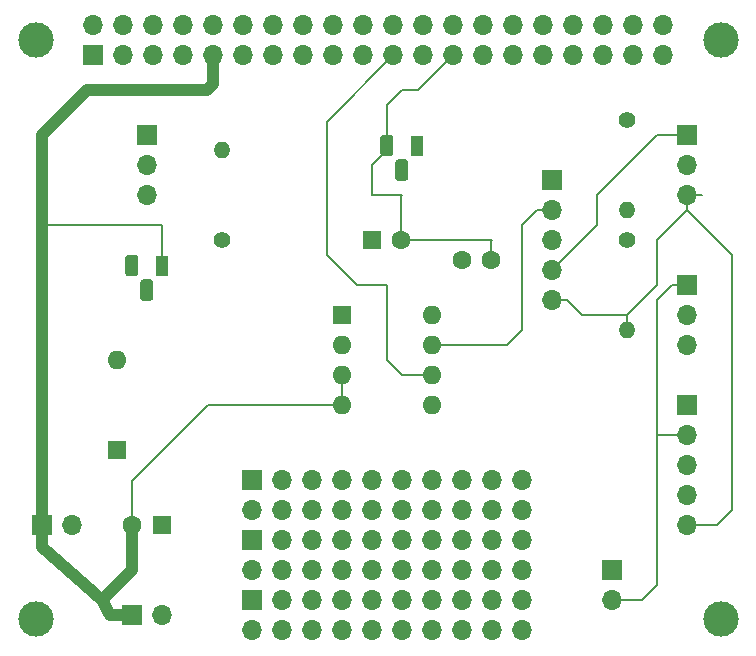
<source format=gbl>
G04 #@! TF.GenerationSoftware,KiCad,Pcbnew,(5.1.5-0-10_14)*
G04 #@! TF.CreationDate,2019-12-20T11:49:40-05:00*
G04 #@! TF.ProjectId,Cbot2,43626f74-322e-46b6-9963-61645f706362,rev?*
G04 #@! TF.SameCoordinates,Original*
G04 #@! TF.FileFunction,Copper,L4,Bot*
G04 #@! TF.FilePolarity,Positive*
%FSLAX46Y46*%
G04 Gerber Fmt 4.6, Leading zero omitted, Abs format (unit mm)*
G04 Created by KiCad (PCBNEW (5.1.5-0-10_14)) date 2019-12-20 11:49:40*
%MOMM*%
%LPD*%
G04 APERTURE LIST*
%ADD10R,1.700000X1.700000*%
%ADD11O,1.700000X1.700000*%
%ADD12C,3.000000*%
%ADD13R,1.600000X1.600000*%
%ADD14O,1.600000X1.600000*%
%ADD15C,1.400000*%
%ADD16O,1.400000X1.400000*%
%ADD17C,0.100000*%
%ADD18R,1.100000X1.800000*%
%ADD19C,1.600000*%
%ADD20C,0.250000*%
%ADD21C,1.000000*%
%ADD22C,0.200000*%
%ADD23C,0.150000*%
G04 APERTURE END LIST*
D10*
X86920000Y-65590000D03*
D11*
X86920000Y-63050000D03*
X89460000Y-65590000D03*
X89460000Y-63050000D03*
X92000000Y-65590000D03*
X92000000Y-63050000D03*
X94540000Y-65590000D03*
X94540000Y-63050000D03*
X97080000Y-65590000D03*
X97080000Y-63050000D03*
X99620000Y-65590000D03*
X99620000Y-63050000D03*
X102160000Y-65590000D03*
X102160000Y-63050000D03*
X104700000Y-65590000D03*
X104700000Y-63050000D03*
X107240000Y-65590000D03*
X107240000Y-63050000D03*
X109780000Y-65590000D03*
X109780000Y-63050000D03*
X112320000Y-65590000D03*
X112320000Y-63050000D03*
X114860000Y-65590000D03*
X114860000Y-63050000D03*
X117400000Y-65590000D03*
X117400000Y-63050000D03*
X119940000Y-65590000D03*
X119940000Y-63050000D03*
X122480000Y-65590000D03*
X122480000Y-63050000D03*
X125020000Y-65590000D03*
X125020000Y-63050000D03*
X127560000Y-65590000D03*
X127560000Y-63050000D03*
X130100000Y-65590000D03*
X130100000Y-63050000D03*
X132640000Y-65590000D03*
X132640000Y-63050000D03*
X135180000Y-65590000D03*
X135180000Y-63050000D03*
D12*
X82040000Y-64310000D03*
X140040000Y-64330000D03*
X82040000Y-113320000D03*
X140030000Y-113310000D03*
D13*
X88900000Y-99060000D03*
D14*
X88900000Y-91440000D03*
D10*
X82550000Y-105410000D03*
D11*
X85090000Y-105410000D03*
X92710000Y-113030000D03*
D10*
X90170000Y-113030000D03*
X125730000Y-76200000D03*
D11*
X125730000Y-78740000D03*
X125730000Y-81280000D03*
X125730000Y-83820000D03*
X125730000Y-86360000D03*
D10*
X91440000Y-72390000D03*
D11*
X91440000Y-74930000D03*
X91440000Y-77470000D03*
X137160000Y-77470000D03*
X137160000Y-74930000D03*
D10*
X137160000Y-72390000D03*
D11*
X137160000Y-105410000D03*
X137160000Y-102870000D03*
X137160000Y-100330000D03*
X137160000Y-97790000D03*
D10*
X137160000Y-95250000D03*
X137160000Y-85090000D03*
D11*
X137160000Y-87630000D03*
X137160000Y-90170000D03*
D10*
X130810000Y-109220000D03*
D11*
X130810000Y-111760000D03*
D15*
X97790000Y-81280000D03*
D16*
X97790000Y-73660000D03*
X132080000Y-78740000D03*
D15*
X132080000Y-71120000D03*
X132080000Y-81280000D03*
D16*
X132080000Y-88900000D03*
D13*
X107950000Y-87630000D03*
D14*
X115570000Y-95250000D03*
X107950000Y-90170000D03*
X115570000Y-92710000D03*
X107950000Y-92710000D03*
X115570000Y-90170000D03*
X107950000Y-95250000D03*
X115570000Y-87630000D03*
G04 #@! TA.AperFunction,ComponentPad*
D17*
G36*
X91741955Y-84591324D02*
G01*
X91768650Y-84595284D01*
X91794828Y-84601841D01*
X91820238Y-84610933D01*
X91844634Y-84622472D01*
X91867782Y-84636346D01*
X91889458Y-84652422D01*
X91909454Y-84670546D01*
X91927578Y-84690542D01*
X91943654Y-84712218D01*
X91957528Y-84735366D01*
X91969067Y-84759762D01*
X91978159Y-84785172D01*
X91984716Y-84811350D01*
X91988676Y-84838045D01*
X91990000Y-84865000D01*
X91990000Y-86115000D01*
X91988676Y-86141955D01*
X91984716Y-86168650D01*
X91978159Y-86194828D01*
X91969067Y-86220238D01*
X91957528Y-86244634D01*
X91943654Y-86267782D01*
X91927578Y-86289458D01*
X91909454Y-86309454D01*
X91889458Y-86327578D01*
X91867782Y-86343654D01*
X91844634Y-86357528D01*
X91820238Y-86369067D01*
X91794828Y-86378159D01*
X91768650Y-86384716D01*
X91741955Y-86388676D01*
X91715000Y-86390000D01*
X91165000Y-86390000D01*
X91138045Y-86388676D01*
X91111350Y-86384716D01*
X91085172Y-86378159D01*
X91059762Y-86369067D01*
X91035366Y-86357528D01*
X91012218Y-86343654D01*
X90990542Y-86327578D01*
X90970546Y-86309454D01*
X90952422Y-86289458D01*
X90936346Y-86267782D01*
X90922472Y-86244634D01*
X90910933Y-86220238D01*
X90901841Y-86194828D01*
X90895284Y-86168650D01*
X90891324Y-86141955D01*
X90890000Y-86115000D01*
X90890000Y-84865000D01*
X90891324Y-84838045D01*
X90895284Y-84811350D01*
X90901841Y-84785172D01*
X90910933Y-84759762D01*
X90922472Y-84735366D01*
X90936346Y-84712218D01*
X90952422Y-84690542D01*
X90970546Y-84670546D01*
X90990542Y-84652422D01*
X91012218Y-84636346D01*
X91035366Y-84622472D01*
X91059762Y-84610933D01*
X91085172Y-84601841D01*
X91111350Y-84595284D01*
X91138045Y-84591324D01*
X91165000Y-84590000D01*
X91715000Y-84590000D01*
X91741955Y-84591324D01*
G37*
G04 #@! TD.AperFunction*
G04 #@! TA.AperFunction,ComponentPad*
G36*
X90471955Y-82521324D02*
G01*
X90498650Y-82525284D01*
X90524828Y-82531841D01*
X90550238Y-82540933D01*
X90574634Y-82552472D01*
X90597782Y-82566346D01*
X90619458Y-82582422D01*
X90639454Y-82600546D01*
X90657578Y-82620542D01*
X90673654Y-82642218D01*
X90687528Y-82665366D01*
X90699067Y-82689762D01*
X90708159Y-82715172D01*
X90714716Y-82741350D01*
X90718676Y-82768045D01*
X90720000Y-82795000D01*
X90720000Y-84045000D01*
X90718676Y-84071955D01*
X90714716Y-84098650D01*
X90708159Y-84124828D01*
X90699067Y-84150238D01*
X90687528Y-84174634D01*
X90673654Y-84197782D01*
X90657578Y-84219458D01*
X90639454Y-84239454D01*
X90619458Y-84257578D01*
X90597782Y-84273654D01*
X90574634Y-84287528D01*
X90550238Y-84299067D01*
X90524828Y-84308159D01*
X90498650Y-84314716D01*
X90471955Y-84318676D01*
X90445000Y-84320000D01*
X89895000Y-84320000D01*
X89868045Y-84318676D01*
X89841350Y-84314716D01*
X89815172Y-84308159D01*
X89789762Y-84299067D01*
X89765366Y-84287528D01*
X89742218Y-84273654D01*
X89720542Y-84257578D01*
X89700546Y-84239454D01*
X89682422Y-84219458D01*
X89666346Y-84197782D01*
X89652472Y-84174634D01*
X89640933Y-84150238D01*
X89631841Y-84124828D01*
X89625284Y-84098650D01*
X89621324Y-84071955D01*
X89620000Y-84045000D01*
X89620000Y-82795000D01*
X89621324Y-82768045D01*
X89625284Y-82741350D01*
X89631841Y-82715172D01*
X89640933Y-82689762D01*
X89652472Y-82665366D01*
X89666346Y-82642218D01*
X89682422Y-82620542D01*
X89700546Y-82600546D01*
X89720542Y-82582422D01*
X89742218Y-82566346D01*
X89765366Y-82552472D01*
X89789762Y-82540933D01*
X89815172Y-82531841D01*
X89841350Y-82525284D01*
X89868045Y-82521324D01*
X89895000Y-82520000D01*
X90445000Y-82520000D01*
X90471955Y-82521324D01*
G37*
G04 #@! TD.AperFunction*
D18*
X92710000Y-83420000D03*
G04 #@! TA.AperFunction,ComponentPad*
D17*
G36*
X113331955Y-74431324D02*
G01*
X113358650Y-74435284D01*
X113384828Y-74441841D01*
X113410238Y-74450933D01*
X113434634Y-74462472D01*
X113457782Y-74476346D01*
X113479458Y-74492422D01*
X113499454Y-74510546D01*
X113517578Y-74530542D01*
X113533654Y-74552218D01*
X113547528Y-74575366D01*
X113559067Y-74599762D01*
X113568159Y-74625172D01*
X113574716Y-74651350D01*
X113578676Y-74678045D01*
X113580000Y-74705000D01*
X113580000Y-75955000D01*
X113578676Y-75981955D01*
X113574716Y-76008650D01*
X113568159Y-76034828D01*
X113559067Y-76060238D01*
X113547528Y-76084634D01*
X113533654Y-76107782D01*
X113517578Y-76129458D01*
X113499454Y-76149454D01*
X113479458Y-76167578D01*
X113457782Y-76183654D01*
X113434634Y-76197528D01*
X113410238Y-76209067D01*
X113384828Y-76218159D01*
X113358650Y-76224716D01*
X113331955Y-76228676D01*
X113305000Y-76230000D01*
X112755000Y-76230000D01*
X112728045Y-76228676D01*
X112701350Y-76224716D01*
X112675172Y-76218159D01*
X112649762Y-76209067D01*
X112625366Y-76197528D01*
X112602218Y-76183654D01*
X112580542Y-76167578D01*
X112560546Y-76149454D01*
X112542422Y-76129458D01*
X112526346Y-76107782D01*
X112512472Y-76084634D01*
X112500933Y-76060238D01*
X112491841Y-76034828D01*
X112485284Y-76008650D01*
X112481324Y-75981955D01*
X112480000Y-75955000D01*
X112480000Y-74705000D01*
X112481324Y-74678045D01*
X112485284Y-74651350D01*
X112491841Y-74625172D01*
X112500933Y-74599762D01*
X112512472Y-74575366D01*
X112526346Y-74552218D01*
X112542422Y-74530542D01*
X112560546Y-74510546D01*
X112580542Y-74492422D01*
X112602218Y-74476346D01*
X112625366Y-74462472D01*
X112649762Y-74450933D01*
X112675172Y-74441841D01*
X112701350Y-74435284D01*
X112728045Y-74431324D01*
X112755000Y-74430000D01*
X113305000Y-74430000D01*
X113331955Y-74431324D01*
G37*
G04 #@! TD.AperFunction*
G04 #@! TA.AperFunction,ComponentPad*
G36*
X112061955Y-72361324D02*
G01*
X112088650Y-72365284D01*
X112114828Y-72371841D01*
X112140238Y-72380933D01*
X112164634Y-72392472D01*
X112187782Y-72406346D01*
X112209458Y-72422422D01*
X112229454Y-72440546D01*
X112247578Y-72460542D01*
X112263654Y-72482218D01*
X112277528Y-72505366D01*
X112289067Y-72529762D01*
X112298159Y-72555172D01*
X112304716Y-72581350D01*
X112308676Y-72608045D01*
X112310000Y-72635000D01*
X112310000Y-73885000D01*
X112308676Y-73911955D01*
X112304716Y-73938650D01*
X112298159Y-73964828D01*
X112289067Y-73990238D01*
X112277528Y-74014634D01*
X112263654Y-74037782D01*
X112247578Y-74059458D01*
X112229454Y-74079454D01*
X112209458Y-74097578D01*
X112187782Y-74113654D01*
X112164634Y-74127528D01*
X112140238Y-74139067D01*
X112114828Y-74148159D01*
X112088650Y-74154716D01*
X112061955Y-74158676D01*
X112035000Y-74160000D01*
X111485000Y-74160000D01*
X111458045Y-74158676D01*
X111431350Y-74154716D01*
X111405172Y-74148159D01*
X111379762Y-74139067D01*
X111355366Y-74127528D01*
X111332218Y-74113654D01*
X111310542Y-74097578D01*
X111290546Y-74079454D01*
X111272422Y-74059458D01*
X111256346Y-74037782D01*
X111242472Y-74014634D01*
X111230933Y-73990238D01*
X111221841Y-73964828D01*
X111215284Y-73938650D01*
X111211324Y-73911955D01*
X111210000Y-73885000D01*
X111210000Y-72635000D01*
X111211324Y-72608045D01*
X111215284Y-72581350D01*
X111221841Y-72555172D01*
X111230933Y-72529762D01*
X111242472Y-72505366D01*
X111256346Y-72482218D01*
X111272422Y-72460542D01*
X111290546Y-72440546D01*
X111310542Y-72422422D01*
X111332218Y-72406346D01*
X111355366Y-72392472D01*
X111379762Y-72380933D01*
X111405172Y-72371841D01*
X111431350Y-72365284D01*
X111458045Y-72361324D01*
X111485000Y-72360000D01*
X112035000Y-72360000D01*
X112061955Y-72361324D01*
G37*
G04 #@! TD.AperFunction*
D18*
X114300000Y-73260000D03*
D19*
X118110000Y-82935001D03*
X120610000Y-82935001D03*
D13*
X92710000Y-105410000D03*
D19*
X90210000Y-105410000D03*
D13*
X110490000Y-81280000D03*
D19*
X112990000Y-81280000D03*
D10*
X100330000Y-106680000D03*
D11*
X100330000Y-109220000D03*
X102870000Y-106680000D03*
X102870000Y-109220000D03*
X105410000Y-106680000D03*
X105410000Y-109220000D03*
X107950000Y-106680000D03*
X107950000Y-109220000D03*
X110490000Y-106680000D03*
X110490000Y-109220000D03*
X113030000Y-106680000D03*
X113030000Y-109220000D03*
X115570000Y-106680000D03*
X115570000Y-109220000D03*
X118110000Y-106680000D03*
X118110000Y-109220000D03*
X120650000Y-106680000D03*
X120650000Y-109220000D03*
X123190000Y-106680000D03*
X123190000Y-109220000D03*
X123190000Y-114300000D03*
X123190000Y-111760000D03*
X120650000Y-114300000D03*
X120650000Y-111760000D03*
X118110000Y-114300000D03*
X118110000Y-111760000D03*
X115570000Y-114300000D03*
X115570000Y-111760000D03*
X113030000Y-114300000D03*
X113030000Y-111760000D03*
X110490000Y-114300000D03*
X110490000Y-111760000D03*
X107950000Y-114300000D03*
X107950000Y-111760000D03*
X105410000Y-114300000D03*
X105410000Y-111760000D03*
X102870000Y-114300000D03*
X102870000Y-111760000D03*
X100330000Y-114300000D03*
D10*
X100330000Y-111760000D03*
X100330000Y-101600000D03*
D11*
X100330000Y-104140000D03*
X102870000Y-101600000D03*
X102870000Y-104140000D03*
X105410000Y-101600000D03*
X105410000Y-104140000D03*
X107950000Y-101600000D03*
X107950000Y-104140000D03*
X110490000Y-101600000D03*
X110490000Y-104140000D03*
X113030000Y-101600000D03*
X113030000Y-104140000D03*
X115570000Y-101600000D03*
X115570000Y-104140000D03*
X118110000Y-101600000D03*
X118110000Y-104140000D03*
X120650000Y-101600000D03*
X120650000Y-104140000D03*
X123190000Y-101600000D03*
X123190000Y-104140000D03*
D20*
X119940000Y-66060000D02*
X119940000Y-65590000D01*
D21*
X88320000Y-113030000D02*
X90170000Y-113030000D01*
X82550000Y-105410000D02*
X82550000Y-107260000D01*
X90210000Y-105410000D02*
X90210000Y-109180000D01*
X90210000Y-109180000D02*
X87630000Y-111760000D01*
X87630000Y-111760000D02*
X88320000Y-113030000D01*
X82550000Y-107260000D02*
X87630000Y-111760000D01*
X97080000Y-68020000D02*
X97080000Y-65590000D01*
X96520000Y-68580000D02*
X97080000Y-68020000D01*
X86360000Y-68580000D02*
X96520000Y-68580000D01*
X82550000Y-72390000D02*
X86360000Y-68580000D01*
D22*
X92710000Y-83820000D02*
X92710000Y-80010000D01*
D21*
X82550000Y-80010000D02*
X82550000Y-72390000D01*
D22*
X92710000Y-80010000D02*
X82550000Y-80010000D01*
D21*
X82550000Y-105410000D02*
X82550000Y-80010000D01*
D22*
X111760000Y-73660000D02*
X110490000Y-74930000D01*
X110490000Y-74930000D02*
X110490000Y-77470000D01*
X110490000Y-77470000D02*
X113030000Y-77470000D01*
X112990000Y-80148630D02*
X112990000Y-81280000D01*
X112990000Y-77510000D02*
X112990000Y-80148630D01*
X113030000Y-77470000D02*
X112990000Y-77510000D01*
X112990000Y-81280000D02*
X120650000Y-81280000D01*
D23*
X137160000Y-77470000D02*
X138430000Y-77470000D01*
X137160000Y-77470000D02*
X137160000Y-78740000D01*
X137160000Y-78740000D02*
X134620000Y-81280000D01*
X134620000Y-81280000D02*
X134620000Y-85090000D01*
X132080000Y-87630000D02*
X132080000Y-88900000D01*
X134620000Y-85090000D02*
X132080000Y-87630000D01*
X132080000Y-87630000D02*
X128270000Y-87630000D01*
X128270000Y-87630000D02*
X127000000Y-86360000D01*
X127000000Y-86360000D02*
X125730000Y-86360000D01*
X139700000Y-105410000D02*
X137160000Y-105410000D01*
X140970000Y-82550000D02*
X140970000Y-104140000D01*
X140970000Y-104140000D02*
X139700000Y-105410000D01*
X137160000Y-78740000D02*
X140970000Y-82550000D01*
X90210000Y-105410000D02*
X90210000Y-101640000D01*
X90210000Y-101640000D02*
X96600000Y-95250000D01*
X96600000Y-95250000D02*
X107950000Y-95250000D01*
X107950000Y-92710000D02*
X107950000Y-95250000D01*
X120610000Y-81320000D02*
X120610000Y-82935001D01*
X120650000Y-81280000D02*
X120610000Y-81320000D01*
X117400000Y-65590000D02*
X114410000Y-68580000D01*
X114410000Y-68580000D02*
X113030000Y-68580000D01*
X111760000Y-69850000D02*
X111760000Y-73660000D01*
X113030000Y-68580000D02*
X111760000Y-69850000D01*
X134620000Y-72390000D02*
X137160000Y-72390000D01*
X129540000Y-77470000D02*
X134620000Y-72390000D01*
X129540000Y-80010000D02*
X129540000Y-77470000D01*
X125730000Y-83820000D02*
X129540000Y-80010000D01*
X115570000Y-92710000D02*
X113030000Y-92710000D01*
X113030000Y-92710000D02*
X111760000Y-91440000D01*
X111760000Y-91440000D02*
X111760000Y-85090000D01*
X111760000Y-85090000D02*
X109220000Y-85090000D01*
X109220000Y-85090000D02*
X106680000Y-82550000D01*
X106680000Y-71230000D02*
X112320000Y-65590000D01*
X106680000Y-82550000D02*
X106680000Y-71230000D01*
D22*
X115570000Y-90170000D02*
X121920000Y-90170000D01*
X121920000Y-90170000D02*
X123190000Y-88900000D01*
X123190000Y-88900000D02*
X123190000Y-80010000D01*
X123190000Y-80010000D02*
X124460000Y-78740000D01*
X124460000Y-78740000D02*
X125730000Y-78740000D01*
X130810000Y-111760000D02*
X133350000Y-111760000D01*
X133350000Y-111760000D02*
X134620000Y-110490000D01*
X135890000Y-85090000D02*
X137160000Y-85090000D01*
X134620000Y-86360000D02*
X135890000Y-85090000D01*
X137160000Y-97790000D02*
X134620000Y-97790000D01*
X134620000Y-97790000D02*
X134620000Y-86360000D01*
X134620000Y-110490000D02*
X134620000Y-97790000D01*
M02*

</source>
